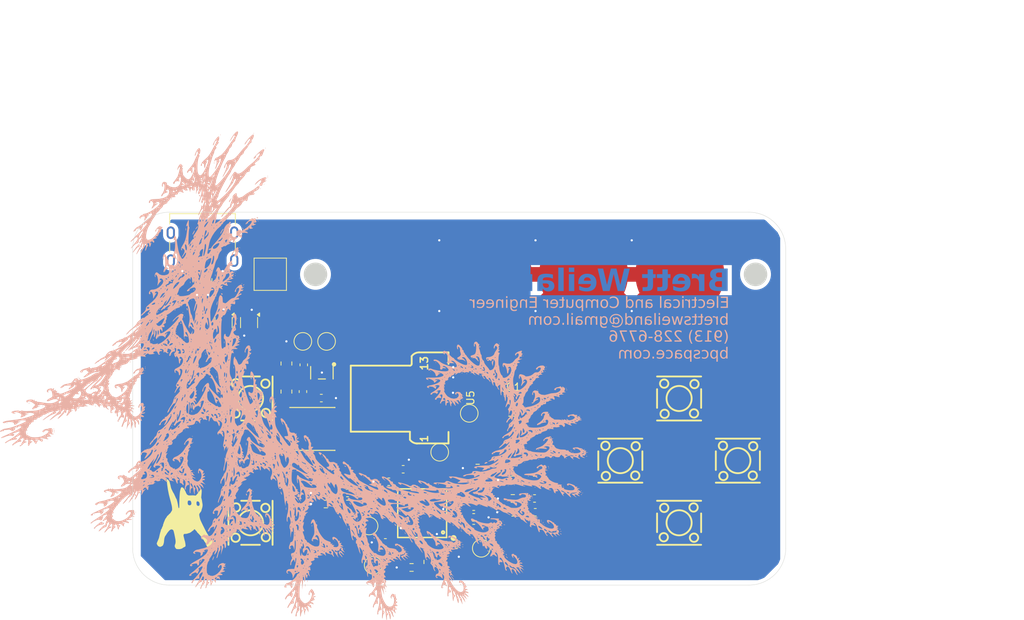
<source format=kicad_pcb>
(kicad_pcb (version 20241229) (generator "pcbnew") (generator_version "9.0")
  (layers (0 "F.Cu" signal) (2 "B.Cu" signal) (13 "F.Paste" user) (15 "B.Paste" user) (5 "F.SilkS" user "F.Silkscreen") (7 "B.SilkS" user "B.Silkscreen") (1 "F.Mask" user) (3 "B.Mask" user) (25 "Edge.Cuts" user))
  (net 0 "")
  (net 1 "GND")
  (net 2 "+3V0")
  (net 3 "Net-(U4-VBAT)")
  (net 4 "Net-(C13-Pad1)")
  (net 5 "Net-(C14-Pad1)")
  (net 6 "Net-(C15-Pad1)")
  (net 7 "Net-(C16-Pad1)")
  (net 8 "Net-(C17-Pad1)")
  (net 9 "Net-(C18-Pad1)")
  (net 10 "Net-(U2-VIN)")
  (net 11 "in_button_a")
  (net 12 "Net-(U4-BOOT0)")
  (net 13 "in_button_b")
  (net 14 "in_button_down")
  (net 15 "in_button_left")
  (net 16 "in_button_right")
  (net 17 "in_button_up")
  (net 18 "unregulated_vcc")
  (net 19 "Net-(U1-FB)")
  (net 20 "spi1_sck")
  (net 21 "Net-(J1-CC1)")
  (net 22 "spi1_mosi")
  (net 23 "Net-(U2-~{CE})")
  (net 24 "Net-(J1-CC2)")
  (net 25 "power_info")
  (net 32 "Net-(Q1-S)")
  (net 33 "lcd_reset")
  (net 39 "Net-(U1-SW)")
  (net 45 "Net-(R10-Pad1)")
  (net 49 "spi1_miso")
  (net 53 "lcd_dataselect")
  (net 55 "lcd_cs")
  (net 59 "Net-(U4-NRST)")
  (net 60 "Net-(U4-PA14)")
  (net 61 "Net-(U4-PA13)")
  (net 62 "backlight_fet")
  (footprint "LOGO" (layer "F.Cu") (at 139.84371 122.678069)
    (property "Reference" "G***" (hide yes))
    (property "Value" "LOGO" (hide yes))
  )
  (footprint "Capacitor_SMD:C_0603_1608Metric" (layer "F.Cu") (at 187.369442 122.41021)
    (property "Reference" "C14" (hide yes))
    (property "Value" "2.2uF" (hide yes))
  )
  (footprint "Capacitor_SMD:C_0603_1608Metric" (layer "F.Cu") (at 167.433349 118.253643 180)
    (property "Reference" "C4" (hide yes))
    (property "Value" "100nF" (hide yes))
  )
  (footprint "easyeda2kicad:SW-SMD_4P-L6.0-W6.0-P4.50-LS8.6" (layer "F.Cu") (at 206.951133 106.915534)
    (property "Reference" "b_up1" (hide yes))
    (property "Value" "TSD003A04126A02" (hide yes))
  )
  (footprint "TestPoint:TestPoint_Pad_4.0x4.0mm" (layer "F.Cu") (at 151.296213 89.989223)
    (property "Reference" "TP1" (hide yes))
    (property "Value" "675_positive" (hide yes))
  )
  (footprint "TestPoint:TestPoint_Pad_D2.0mm" (layer "F.Cu") (at 158.963914 99.135976)
    (property "Reference" "unreg_vcc1" (hide yes))
    (property "Value" "unreg_vcc" (hide yes))
  )
  (footprint "Capacitor_SMD:C_0603_1608Metric" (layer "F.Cu") (at 187.273159 120.535261)
    (property "Reference" "C16" (hide yes))
    (property "Value" "2.2uF" (hide yes))
  )
  (footprint "TestPoint:TestPoint_Pad_D2.0mm" (layer "F.Cu") (at 164.750573 124.284125)
    (property "Reference" "SWDIO1" (hide yes))
    (property "Value" "SWDIO" (hide yes))
  )
  (footprint "Package_TO_SOT_SMD:SOT-23" (layer "F.Cu") (at 184.40183 107.755646)
    (property "Reference" "Q1")
    (property "Value" "AO3400A")
  )
  (footprint "easyeda2kicad:SOT-23-5_L3.0-W1.7-P0.95-LS2.8-BL" (layer "F.Cu") (at 158.325688 103.405065 180)
    (property "Reference" "U1" (hide yes))
    (property "Value" "MT9216" (hide yes))
  )
  (footprint "Resistor_SMD:R_0603_1608Metric" (layer "F.Cu") (at 174.948734 129.933381)
    (property "Reference" "R10" (hide yes))
    (property "Value" "0" (hide yes))
  )
  (footprint "Capacitor_SMD:C_0603_1608Metric" (layer "F.Cu") (at 176.686855 126.779815)
    (property "Reference" "C12" (hide yes))
    (property "Value" "100nF" (hide yes))
  )
  (footprint "easyeda2kicad:OLED-SMD_ST7735S" (layer "F.Cu") (at 177.014466 106.835534 -90)
    (property "Reference" "U5")
    (property "Value" "N096-1608TBBIG11-H13" (hide yes))
  )
  (footprint "Capacitor_SMD:C_0603_1608Metric" (layer "F.Cu") (at 178.99165 124.571621)
    (property "Reference" "C11" (hide yes))
    (property "Value" ".1uF" (hide yes))
  )
  (footprint "Resistor_SMD:R_0603_1608Metric" (layer "F.Cu") (at 170.530995 129.935313 180)
    (property "Reference" "R11" (hide yes))
    (property "Value" "0" (hide yes))
  )
  (footprint "Package_TO_SOT_SMD:SOT-363_SC-70-6" (layer "F.Cu") (at 148.414155 96.574097 -90)
    (property "Reference" "U3" (hide yes))
    (property "Value" "LM66100DCK" (hide yes))
  )
  (footprint "Resistor_SMD:R_0805_2012Metric" (layer "F.Cu") (at 153.498188 102.147565 90)
    (property "Reference" "R4" (hide yes))
    (property "Value" "100k .01%" (hide yes))
  )
  (footprint "Resistor_SMD:R_0603_1608Metric" (layer "F.Cu") (at 142.831133 90.805534 -90)
    (property "Reference" "R2" (hide yes))
    (property "Value" "5.1k")
  )
  (footprint "Capacitor_SMD:C_0603_1608Metric" (layer "F.Cu") (at 182.485179 116.39855)
    (property "Reference" "C13" (hide yes))
    (property "Value" "2.2uF" (hide yes))
  )
  (footprint "Resistor_SMD:R_0805_2012Metric" (layer "F.Cu") (at 153.498188 105.972565 90)
    (property "Reference" "R3" (hide yes))
    (property "Value" "400k 1%" (hide yes))
  )
  (footprint "Capacitor_SMD:C_0603_1608Metric" (layer "F.Cu") (at 178.99165 121.651621 180)
    (property "Reference" "C8" (hide yes))
    (property "Value" "2.2uF" (hide yes))
  )
  (footprint "Resistor_SMD:R_0603_1608Metric" (layer "F.Cu") (at 184.313159 120.535261)
    (property "Reference" "R9" (hide yes))
    (property "Value" "1k" (hide yes))
  )
  (footprint "Resistor_SMD:R_0603_1608Metric" (layer "F.Cu") (at 158.859256 121.286002)
    (property "Reference" "R13" (hide yes))
    (property "Value" "1k" (hide yes))
  )
  (footprint "Capacitor_SMD:C_0603_1608Metric" (layer "F.Cu") (at 187.257004 118.016635)
    (property "Reference" "C15" (hide yes))
    (property "Value" "2.2uF" (hide yes))
  )
  (footprint "easyeda2kicad:SW-SMD_4P-L6.0-W6.0-P4.50-LS8.6" (layer "F.Cu") (at 214.951133 115.382201)
    (property "Reference" "b_left1" (hide yes))
    (property "Value" "TSD003A04126A02" (hide yes))
  )
  (footprint "Capacitor_SMD:C_0603_1608Metric" (layer "F.Cu") (at 178.99165 123.111621)
    (property "Reference" "C5" (hide yes))
    (property "Value" "100nF" (hide yes))
  )
  (footprint "easyeda2kicad:SW-SMD_4P-L6.0-W6.0-P4.50-LS8.6" (layer "F.Cu") (at 198.951133 115.382201)
    (property "Reference" "b_right1" (hide yes))
    (property "Value" "TSD003A04126A02" (hide yes))
  )
  (footprint "Resistor_SMD:R_0603_1608Metric" (layer "F.Cu") (at 158.853042 119.7874)
    (property "Reference" "R12" (hide yes))
    (property "Value" "1k" (hide yes))
  )
  (footprint "Capacitor_SMD:C_0603_1608Metric" (layer "F.Cu") (at 161.813042 119.7874)
    (property "Reference" "C17" (hide yes))
    (property "Value" "2.2uF" (hide yes))
  )
  (footprint "LOGO" (layer "F.Cu") (at 139.84371 112.108205)
    (property "Reference" "G***" (hide yes))
    (property "Value" "LOGO" (hide yes))
  )
  (footprint "Resistor_SMD:R_0603_1608Metric" (layer "F.Cu") (at 184.409442 122.41021)
    (property "Reference" "R6" (hide yes))
    (property "Value" "1k" (hide yes))
  )
  (footprint "TestPoint:TestPoint_Pad_D2.0mm" (layer "F.Cu") (at 174.362663 114.235371)
    (property "Reference" "TP_mosi1" (hide yes))
    (property "Value" "TestPoint" (hide yes))
  )
  (footprint "indigos_kicad_lib:SAMESKY_UJC-H-G-SMT-2-P6-TR" (layer "F.Cu") (at 142.074466 84.33 180)
    (property "Reference" "J1" (hide yes))
    (property "Value" "USB_C_Receptacle_PowerOnly_6P" (hide yes))
  )
  (footprint "Resistor_SMD:R_0603_1608Metric" (layer "F.Cu") (at 184.297004 118.016635)
    (property "Reference" "R7" (hide yes))
    (property "Value" "1k" (hide yes))
  )
  (footprint "TestPoint:TestPoint_Pad_D2.0mm" (layer "F.Cu") (at 180.021047 127.320001)
    (property "Reference" "tst_nrst1" (hide yes))
    (property "Value" "tst_nrst" (hide yes))
  )
  (footprint "TestPoint:TestPoint_Pad_D2.0mm" (layer "F.Cu") (at 155.734045 99.135976)
    (property "Reference" "TestPoint_gnd1" (hide yes))
    (property "Value" "TestPoint_gnd" (hide yes))
  )
  (footprint "Capacitor_SMD:C_0603_1608Metric" (layer "F.Cu") (at 169.388611 116.553306)
    (property "Reference" "C2" (hide yes))
    (property "Value" "10uF" (hide yes))
  )
  (footprint "TestPoint:TestPoint_Pad_D2.0mm" (layer "F.Cu") (at 178.381844 108.935534)
    (property "Reference" "TP_sck1" (hide yes))
    (property "Value" "TestPoint" (hide yes))
  )
  (footprint "Capacitor_SMD:C_0603_1608Metric" (layer "F.Cu") (at 161.819256 121.286002)
    (property "Reference" "C18" (hide yes))
    (property "Value" "2.2uF" (hide yes))
  )
  (footprint "easyeda2kicad:LQFP-48_L7.0-W7.0-P0.50-LS9.0-BL" (layer "F.Cu") (at 171.990878 122.534125 90)
    (property "Reference" "U4" (hide yes))
    (property "Value" "STM32F103C8T6" (hide yes))
  )
  (footprint "Capacitor_SMD:C_0603_1608Metric" (layer "F.Cu") (at 158.248188 106.860065)
    (property "Reference" "C10" (hide yes))
    (property "Value" "10uF" (hide yes))
  )
  (footprint "Library:battery_holder" (layer "F.Cu") (at 167.753529 90.00238)
    (property "Reference" "U6" (hide yes))
    (property "Value" "~" (hide yes))
    (fp_circle (center -10.3 0) (end -11.9 0) (fill yes) (layer "Edge.Cuts"))
    (fp_circle (center 49.6 0) (end 48 0) (fill yes) (layer "Edge.Cuts"))
  )
  (footprint "easyeda2kicad:SW-SMD_4P-L6.0-W6.0-P4.50-LS8.6" (layer "F.Cu") (at 148.607799 123.848868 90)
    (property "Reference" "b_b1" (hide yes))
    (property "Value" "TSD003A04126A02" (hide yes))
  )
  (footprint "easyeda2kicad:SW-SMD_4P-L6.0-W6.0-P4.50-LS8.6" (layer "F.Cu") (at 206.951133 123.848868 180)
    (property "Reference" "b_down1" (hide yes))
    (property "Value" "TSD003A04126A02" (hide yes))
  )
  (footprint "Resistor_SMD:R_0603_1608Metric" (layer "F.Cu") (at 179.525179 116.39855)
    (property "Reference" "R5" (hide yes))
    (property "Value" "1k" (hide yes))
  )
  (footprint "Capacitor_SMD:C_0603_1608Metric" (layer "F.Cu") (at 155.748188 105.972565 90)
    (property "Reference" "C9" (hide yes))
    (property "Value" "22pF" (hide yes))
  )
  (footprint "Package_TO_SOT_SMD:SOT-363_SC-70-6" (layer "F.Cu") (at 144.950255 96.574097 -90)
    (property "Reference" "U2" (hide yes))
    (property "Value" "LM66100DCK" (hide yes))
  )
  (footprint "TestPoint:TestPoint_Pad_D2.0mm" (layer "F.Cu") (at 165.303801 129.637235)
    (property "Reference" "SWCLK1" (hide yes))
    (property "Value" "SWCLK" (hide yes))
  )
  (footprint "Resistor_SMD:R_0603_1608Metric" (layer "F.Cu") (at 172.740878 129.182482 -90)
    (property "Reference" "R8" (hide yes))
    (property "Value" "10k" (hide yes))
  )
  (footprint "Capacitor_SMD:C_0603_1608Metric" (layer "F.Cu") (at 174.948724 128.478655)
    (property "Reference" "C6" (hide yes))
    (property "Value" "100nF" (hide yes))
  )
  (footprint "indigos_kicad_lib:IND-SMD_L5.8-W5.2" (layer "F.Cu") (at 157.098188 111.060065)
    (property "Reference" "L1" (hide yes))
    (property "Value" "4.7uH" (hide yes))
  )
  (footprint "easyeda2kicad:SW-SMD_4P-L6.0-W6.0-P4.50-LS8.6" (layer "F.Cu") (at 148.607799 106.915534 90)
    (property "Reference" "b_a1" (hide yes))
    (property "Value" "TSD003A04126A02" (hide yes))
  )
  (footprint "Capacitor_SMD:C_0603_1608Metric" (layer "F.Cu") (at 166.965878 126.518684 180)
    (property "Reference" "C3" (hide yes))
    (property "Value" "100nF" (hide yes))
  )
  (footprint "Capacitor_SMD:C_0603_1608Metric" (layer "F.Cu") (at 155.860751 102.332657 -90)
    (property "Reference" "C1" (hide yes))
    (property "Value" "10uF" (hide yes))
  )
  (footprint "Resistor_SMD:R_0603_1608Metric" (layer "F.Cu") (at 141.331133 90.805534 -90)
    (property "Reference" "R1" (hide yes))
    (property "Value" "5.1k")
  )
  (footprint "LOGO" (layer "B.Cu") (at 154.509245 103.675705 180)
    (property "Reference" "G***" (hide yes))
    (property "Value" "LOGO" (hide yes))
  )
  (gr_line (start 137.564466 132.335534) (end 216.464466 132.335534) (stroke (width 0.05)) (layer "Edge.Cuts"))
  (gr_arc (start 137.564466 132.335534) (mid 134.028932 130.871068) (end 132.564466 127.335534) (stroke (width 0.05)) (layer "Edge.Cuts"))
  (gr_line (start 132.564466 86.535534) (end 132.564466 127.335534) (stroke (width 0.05)) (layer "Edge.Cuts"))
  (gr_arc (start 216.464466 81.535534) (mid 220 83) (end 221.464466 86.535534) (stroke (width 0.05)) (layer "Edge.Cuts"))
  (gr_line (start 221.464466 127.335534) (end 221.464466 86.535534) (stroke (width 0.05)) (layer "Edge.Cuts"))
  (gr_line (start 216.464466 81.535534) (end 137.564466 81.535534) (stroke (width 0.05)) (layer "Edge.Cuts"))
  (gr_arc (start 132.564466 86.535534) (mid 134.028932 83) (end 137.564466 81.535534) (stroke (width 0.05)) (layer "Edge.Cuts"))
  (gr_arc (start 221.464466 127.335534) (mid 220 130.871068) (end 216.464466 132.335534) (stroke (width 0.05)) (layer "Edge.Cuts"))
  (gr_text "Brett Weiland" (at 213.949245 89.270705 -0) (layer "B.Cu") (effects (font (size 3 3) (thickness 0.2) (bold yes)) (justify left top mirror)))
  (gr_text "Electrical and Computer Engineer" (at 213.799245 93.070705 -0) (layer "B.SilkS") (effects (font (size 1.5 1.5)) (justify left top mirror)))
  (gr_text "brettsweiland@gmail.com" (at 213.739245 95.370705 -0) (layer "B.SilkS") (effects (font (size 1.5 1.5)) (justify left top mirror)))
  (gr_text "(913) 228-6776" (at 213.759245 97.670705 -0) (layer "B.SilkS") (effects (font (size 1.5 1.5)) (justify left top mirror)))
  (gr_text "bpcspace.com" (at 213.739245 99.970705 -0) (layer "B.SilkS") (effects (font (size 1.5 1.5)) (justify left top mirror)))
  (segment (start 182.407094 90.00238) (end 187.403529 94.998815) (width 2) (layer "F.Cu") (net 1))
  (segment (start 158.034256 121.286002) (end 156.851445 121.286002) (width 0.25) (layer "F.Cu") (net 1))
  (segment (start 180.853529 90.00238) (end 182.407094 90.00238) (width 2) (layer "F.Cu") (net 1))
  (segment (start 207.053529 90.00238) (end 205.499964 90.00238) (width 2) (layer "F.Cu") (net 1))
  (segment (start 169.307094 90.00238) (end 174.303529 94.998815) (width 2) (layer "F.Cu") (net 1))
  (segment (start 169.705995 129.935313) (end 168.508983 129.935313) (width 0.25) (layer "F.Cu") (net 1))
  (segment (start 179.76665 123.111621) (end 181.015522 123.111621) (width 0.25) (layer "F.Cu") (net 1))
  (segment (start 158.325688 102.255065) (end 158.325688 103.383231) (width 0.5) (layer "F.Cu") (net 1))
  (segment (start 193.953529 90.00238) (end 195.86673 90.00238) (width 2) (layer "F.Cu") (net 1))
  (segment (start 176.964712 128.478655) (end 175.723724 128.478655) (width 0.25) (layer "F.Cu") (net 1))
  (segment (start 179.76665 124.571621) (end 179.76665 123.111621) (width 0.25) (layer "F.Cu") (net 1))
  (segment (start 167.740878 124.784125) (end 166.946477 124.784125) (width 0.25) (layer "F.Cu") (net 1))
  (segment (start 167.753529 90.00238) (end 169.66673 90.00238) (width 2) (layer "F.Cu") (net 1))
  (segment (start 167.753529 90.00238) (end 169.307094 90.00238) (width 2) (layer "F.Cu") (net 1))
  (segment (start 169.740878 118.284125) (end 169.740878 116.976039) (width 0.25) (layer "F.Cu") (net 1))
  (segment (start 166.190878 126.518684) (end 165.117727 126.518684) (width 0.25) (layer "F.Cu") (net 1))
  (segment (start 205.140328 90.00238) (end 200.503529 85.365581) (width 2) (layer "F.Cu") (net 1))
  (segment (start 148.414155 95.187973) (end 148.414155 95.624097) (width 0.25) (layer "F.Cu") (net 1))
  (segment (start 180.853529 90.00238) (end 167.753529 90.00238) (width 2) (layer "F.Cu") (net 1))
  (segment (start 148.773765 94.828363) (end 148.414155 95.187973) (width 0.25) (layer "F.Cu") (net 1))
  (segment (start 144.824466 89.555534) (end 144.824466 88.21) (width 0.5) (layer "F.Cu") (net 1))
  (segment (start 155.860751 103.107657) (end 156.136325 103.383231) (width 0.25) (layer "F.Cu") (net 1))
  (segment (start 174.559466 106.135534) (end 176.171148 106.135534) (width 0.5) (layer "F.Cu") (net 1))
  (segment (start 169.740878 116.976039) (end 170.163611 116.553306) (width 0.25) (layer "F.Cu") (net 1))
  (segment (start 180.853529 90.00238) (end 178.940328 90.00238) (width 2) (layer "F.Cu") (net 1))
  (segment (start 155.734045 99.135976) (end 153.498163 99.135976) (width 0.5) (layer "F.Cu") (net 1))
  (segment (start 147.914154 98.349097) (end 147.752869 98.349097) (width 0.25) (layer "F.Cu") (net 1))
  (segment (start 178.700179 116.39855) (end 177.51654 116.39855) (width 0.25) (layer "F.Cu") (net 1))
  (segment (start 179.76665 123.111621) (end 179.76665 121.651621) (width 0.25) (layer "F.Cu") (net 1))
  (segment (start 139.324466 88.21) (end 139.324466 89.548867) (width 0.5) (layer "F.Cu") (net 1))
  (segment (start 182.76673 90.00238) (end 187.403529 85.365581) (width 2) (layer "F.Cu") (net 1))
  (segment (start 207.053529 90.00238) (end 193.953529 90.00238) (width 2) (layer "F.Cu") (net 1))
  (segment (start 153.498188 99.136001) (end 153.493954 99.131767) (width 0.25) (layer "F.Cu") (net 1))
  (segment (start 193.953529 90.00238) (end 192.399964 90.00238) (width 2) (layer "F.Cu") (net 1))
  (segment (start 159.023188 106.860065) (end 160.238628 106.860065) (width 0.5) (layer "F.Cu") (net 1))
  (segment (start 141.331133 91.630534) (end 141.331133 92.805534) (width 0.2) (layer "F.Cu") (net 1))
  (segment (start 166.190878 125.539724) (end 166.190878 126.518684) (width 0.25) (layer "F.Cu") (net 1))
  (segment (start 174.559466 102.635534) (end 176.199643 102.635534) (width 0.5) (layer "F.Cu") (net 1))
  (segment (start 175.041178 121.784125) (end 174.846241 121.979062) (width 0.25) (layer "F.Cu") (net 1))
  (segment (start 180.853529 90.00238) (end 182.76673 90.00238) (width 2) (layer "F.Cu") (net 1))
  (segment (start 153.498188 101.235065) (end 153.634956 101.235065) (width 0.25) (layer "F.Cu") (net 1))
  (segment (start 166.658349 118.253643) (end 165.351439 118.253643) (width 0.25) (layer "F.Cu") (net 1))
  (segment (start 174.240878 125.643287) (end 173.978553 125.380962) (width 0.25) (layer "F.Cu") (net 1))
  (segment (start 142.831133 91.630534) (end 142.831133 92.805534) (width 0.2) (layer "F.Cu") (net 1))
  (segment (start 207.053529 90.00238) (end 205.140328 90.00238) (width 2) (layer "F.Cu") (net 1))
  (segment (start 183.488159 120.535261) (end 182.290644 120.535261) (width 0.25) (layer "F.Cu") (net 1))
  (segment (start 174.240878 126.784125) (end 174.240878 125.643287) (width 0.25) (layer "F.Cu") (net 1))
  (segment (start 179.299964 90.00238) (end 174.303529 94.998815) (width 2) (layer "F.Cu") (net 1))
  (segment (start 158.028042 119.7874) (end 156.828555 119.7874) (width 0.25) (layer "F.Cu") (net 1))
  (segment (start 176.240878 121.784125) (end 175.041178 121.784125) (width 0.25) (layer "F.Cu") (net 1))
  (segment (start 169.66673 90.00238) (end 174.303529 85.365581) (width 2) (layer "F.Cu") (net 1))
  (segment (start 170.163611 116.553306) (end 170.163611 115.257278) (width 0.5) (layer "F.Cu") (net 1))
  (segment (start 148.414155 97.524097) (end 148.414155 97.849096) (width 0.25) (layer "F.Cu") (net 1))
  (segment (start 178.940328 90.00238) (end 174.303529 85.365581) (width 2) (layer "F.Cu") (net 1))
  (segment (start 156.136325 103.383231) (end 158.325688 103.383231) (width 0.5) (layer "F.Cu") (net 1))
  (segment (start 153.498163 99.135976) (end 153.493954 99.131767) (width 0.25) (layer "F.Cu") (net 1))
  (segment (start 195.507094 90.00238) (end 200.503529 94.998815) (width 2) (layer "F.Cu") (net 1))
  (segment (start 139.324466 89.548867) (end 139.331133 89.555534) (width 0.2) (layer "F.Cu") (net 1))
  (segment (start 192.399964 90.00238) (end 187.403529 94.998815) (width 2) (layer "F.Cu") (net 1))
  (segment (start 193.953529 90.00238) (end 195.507094 90.00238) (width 2) (layer "F.Cu") (net 1))
  (segment (start 205.499964 90.00238) (end 200.503529 94.998815) (width 2) (layer "F.Cu") (net 1))
  (segment (start 193.953529 90.00238) (end 192.040328 90.00238) (width 2) (layer "F.Cu") (net 1))
  (segment (start 165.351439 118.253643) (end 165.338703 118.240907) (width 0.25) (layer "F.Cu") (net 1))
  (segment (start 183.584442 122.41021) (end 182.194361 122.41021) (width 0.25) (layer "F.Cu") (net 1))
  (segment (start 192.040328 90.00238) (end 187.403529 85.365581) (width 2) (layer "F.Cu") (net 1))
  (segment (start 180.853529 90.00238) (end 179.299964 90.00238) (width 2) (layer "F.Cu") (net 1))
  (segment (start 166.946477 124.784125) (end 166.190878 125.539724) (width 0.25) (layer "F.Cu") (net 1))
  (segment (start 148.414155 97.849096) (end 147.914154 98.349097) (width 0.25) (layer "F.Cu") (net 1))
  (segment (start 168.854515 124.784125) (end 169.05776 124.58088) (width 0.25) (layer "F.Cu") (net 1))
  (segment (start 153.498188 101.235065) (end 153.498188 99.136001) (width 0.5) (layer "F.Cu") (net 1))
  (segment (start 195.86673 90.00238) (end 200.503529 85.365581) (width 2) (layer "F.Cu") (net 1))
  (segment (start 144.950255 95.624097) (end 144.950255 94.780685) (width 0.25) (layer "F.Cu") (net 1))
  (segment (start 193.953529 90.00238) (end 180.853529 90.00238) (width 2) (layer "F.Cu") (net 1))
  (segment (start 174.559466 104.035534) (end 176.199643 104.035534) (width 0.5) (layer "F.Cu") (net 1))
  (segment (start 167.740878 124.784125) (end 168.854515 124.784125) (width 0.25) (layer "F.Cu") (net 1))
  (segment (start 183.472004 118.016635) (end 182.306799 118.016635) (width 0.25) (layer "F.Cu") (net 1))
  (via (at 158.325688 103.383231) (size 0.6) (drill 0.3) (layers "F.Cu" "B.Cu") (net 1))
  (via (at 174.846241 121.979062) (size 0.6) (drill 0.3) (layers "F.Cu" "B.Cu") (net 1))
  (via (at 176.199643 104.035534) (size 0.6) (drill 0.3) (layers "F.Cu" "B.Cu") (net 1))
  (via (at 165.117727 126.518684) (size 0.6) (drill 0.3) (layers "F.Cu" "B.Cu") (net 1))
  (via (at 169.05776 124.58088) (size 0.6) (drill 0.3) (layers "F.Cu" "B.Cu") (net 1))
  (via (at 174.303529 85.365581) (size 1) (drill 0.3) (layers "F.Cu" "B.Cu") (net 1))
  (via (at 187.403529 85.365581) (size 1) (drill 0.3) (layers "F.Cu" "B.Cu") (net 1))
  (via (at 156.828555 119.7874) (size 0.6) (drill 0.3) (layers "F.Cu" "B.Cu") (net 1))
  (via (at 177.51654 116.39855) (size 0.6) (drill 0.3) (layers "F.Cu" "B.Cu") (net 1))
  (via (at 176.199643 102.635534) (size 0.6) (drill 0.3) (layers "F.Cu" "B.Cu") (net 1))
  (via (at 182.290644 120.535261) (size 0.6) (drill 0.3) (layers "F.Cu" "B.Cu") (net 1))
  (via (at 147.752869 98.349097) (size 0.6) (drill 0.3) (layers "F.Cu" "B.Cu") (net 1))
  (via (at 148.773765 94.828363) (size 0.6) (drill 0.3) (layers "F.Cu" "B.Cu") (net 1))
  (via (at 144.950255 94.780685) (size 0.6) (drill 0.3) (layers "F.Cu" "B.Cu") (net 1))
  (via (at 187.403529 94.998815) (size 1) (drill 0.3) (layers "F.Cu" "B.Cu") (net 1))
  (via (at 200.503529 85.365581) (size 1) (drill 0.3) (layers "F.Cu" "B.Cu") (net 1))
  (via (at 168.508983 129.935313) (size 0.6) (drill 0.3) (layers "F.Cu" "B.Cu") (net 1))
  (via (at 142.831133 92.805534) (size 0.6) (drill 0.3) (layers "F.Cu" "B.Cu") (net 1))
  (via (at 182.194361 122.41021) (size 0.6) (drill 0.3) (layers "F.Cu" "B.Cu") (net 1))
  (via (at 176.171148 106.135534) (size 0.6) (drill 0.3) (layers "F.Cu" "B.Cu") (net 1))
  (via (at 153.493954 99.131767) (size 0.6) (drill 0.3) (layers "F.Cu" "B.Cu") (net 1))
  (via (at 182.306799 118.016635) (size 0.6) (drill 0.3) (layers "F.Cu" "B.Cu") (net 1))
  (via (at 160.238628 106.860065) (size 0.6) (drill 0.3) (layers "F.Cu" "B.Cu") (net 1))
  (via (at 144.824466 89.555534) (size 0.6) (drill 0.3) (layers "F.Cu" "B.Cu") (net 1))
  (via (at 141.331133 92.805534) (size 0.6) (drill 0.3) (layers "F.Cu" "B.Cu") (net 1))
  (via (at 174.303529 94.998815) (size 1) (drill 0.3) (layers "F.Cu" "B.Cu") (net 1))
  (via (at 173.978553 125.380962) (size 0.6) (drill 0.3) (layers "F.Cu" "B.Cu") (net 1))
  (via (at 156.851445 121.286002) (size 0.6) (drill 0.3) (layers "F.Cu" "B.Cu") (net 1))
  (via (at 200.503529 94.998815) (size 1) (drill 0.3) (layers "F.Cu" "B.Cu") (net 1))
  (via (at 139.331133 89.555534) (size 0.6) (drill 0.3) (layers "F.Cu" "B.Cu") (net 1))
  (via (at 165.338703 118.240907) (size 0.6) (drill 0.3) (layers "F.Cu" "B.Cu") (net 1))
  (via (at 181.015522 123.111621) (size 0.6) (drill 0.3) (layers "F.Cu" "B.Cu") (net 1))
  (via (at 176.964712 128.478655) (size 0.6) (drill 0.3) (layers "F.Cu" "B.Cu") (net 1))
  (via (at 170.163611 115.257278) (size 0.6) (drill 0.3) (layers "F.Cu" "B.Cu") (net 1))
  (segment (start 169.68376 124.840178) (end 169.68376 119.649239) (width 0.25) (layer "F.Cu") (net 2))
  (segment (start 172.374458 121.284125) (end 176.240878 121.284125) (width 0.25) (layer "F.Cu") (net 2))
  (segment (start 166.258642 116.553306) (end 163.966401 114.261065) (width 0.5) (layer "F.Cu") (net 2))
  (segment (start 154.768188 111.552065) (end 154.768188 111.060065) (width 0.5) (layer "F.Cu") (net 2))
  (segment (start 154.768188 113.2016) (end 154.768188 111.060065) (width 0.25) (layer "F.Cu") (net 2))
  (segment (start 210.951133 113.132201) (end 218.951133 113.132201) (width 0.25) (layer "F.Cu") (net 2))
  (segment (start 167.740878 125.284125) (end 169.239813 125.284125) (width 0.25) (layer "F.Cu") (net 2))
  (segment (start 155.860688 106.860065) (end 155.748188 106.747565) (width 0.5) (layer "F.Cu") (net 2))
  (segment (start 169.240878 119.206358) (end 171.318645 121.284125) (width 0.25) (layer "F.Cu") (net 2))
  (segment (start 169.68376 119.649239) (end 169.240878 119.206358) (width 0.25) (layer "F.Cu") (net 2))
  (segment (start 220.177133 118.558201) (end 212.636466 126.098868) (width 0.25) (layer "F.Cu") (net 2))
  (segment (start 178.21665 123.111621) (end 178.21665 121.651621) (width 0.25) (layer "F.Cu") (net 2))
  (segment (start 174.559466 103.335534) (end 173.057466 103.335534) (width 0.5) (layer "F.Cu") (net 2))
  (segment (start 218.951133 113.132201) (end 220.177133 114.358201) (width 0.25) (layer "F.Cu") (net 2))
  (segment (start 169.240878 118.284125) (end 169.240878 117.180573) (width 0.25) (layer "F.Cu") (net 2))
  (segment (start 155.748188 106.747565) (end 153.635688 106.747565) (width 0.5) (layer "F.Cu") (net 2))
  (segment (start 169.240878 118.284125) (end 168.238831 118.284125) (width 0.25) (layer "F.Cu") (net 2))
  (segment (start 174.319008 128.478655) (end 175.773734 129.933381) (width 0.25) (layer "F.Cu") (net 2))
  (segment (start 167.740878 125.284125) (end 167.740878 126.518684) (width 0.25) (layer "F.Cu") (net 2))
  (segment (start 174.559466 103.335534) (end 201.621133 103.335534) (width 0.25) (layer "F.Cu") (net 2))
  (segment (start 212.177133 105.891534) (end 212.177133 111.906201) (width 0.25) (layer "F.Cu") (net 2))
  (segment (start 212.177133 111.906201) (end 210.951133 113.132201) (width 0.25) (layer "F.Cu") (net 2))
  (segment (start 151.783799 129.074868) (end 147.583799 129.074868) (width 0.25) (layer "F.Cu") (net 2))
  (segment (start 194.951133 113.132201) (end 202.951133 113.132201) (width 0.25) (layer "F.Cu") (net 2))
  (segment (start 168.238831 118.284125) (end 168.208349 118.253643) (width 0.25) (layer "F.Cu") (net 2))
  (segment (start 157.473188 106.860065) (end 155.860688 106.860065) (width 0.5) (layer "F.Cu") (net 2))
  (segment (start 212.636466 126.098868) (end 210.951133 126.098868) (width 0.25) (layer "F.Cu") (net 2))
  (segment (start 174.740878 126.784125) (end 174.740878 123.650545) (width 0.25) (layer "F.Cu") (net 2))
  (segment (start 210.951133 104.665534) (end 212.177133 105.891534) (width 0.25) (layer "F.Cu") (net 2))
  (segment (start 166.939878 127.319684) (end 153.538983 127.319684) (width 0.25) (layer "F.Cu") (net 2))
  (segment (start 202.951133 104.665534) (end 210.951133 104.665534) (width 0.25) (layer "F.Cu") (net 2))
  (segment (start 174.740878 123.650545) (end 172.374458 121.284125) (width 0.25) (layer "F.Cu") (net 2))
  (segment (start 174.173724 128.478655) (end 174.740878 127.911501) (width 0.25) (layer "F.Cu") (net 2))
  (segment (start 154.768188 111.060065) (end 154.768188 112.310065) (width 0.25) (layer "F.Cu") (net 2))
  (segment (start 172.210188 104.182812) (end 172.210188 106.017278) (width 0.5) (layer "F.Cu") (net 2))
  (segment (start 174.173724 128.478655) (end 174.319008 128.478655) (width 0.25) (layer "F.Cu") (net 2))
  (segment (start 172.210188 105.484812) (end 172.210188 106.017278) (width 0.5) (layer "F.Cu") (net 2))
  (segment (start 199.11662 129.933381) (end 175.773734 129.933381) (width 0.25) (layer "F.Cu") (net 2))
  (segment (start 153.635688 106.747565) (end 153.498188 106.885065) (width 0.5) (layer "F.Cu") (net 2))
  (segment (start 153.498188 106.885065) (end 153.498188 109.790065) (width 0.5) (layer "F.Cu") (net 2))
  (segment (start 202.951133 113.132201) (end 210.951133 113.132201) (width 0.25) (layer "F.Cu") (net 2))
  (segment (start 168.613611 116.553306) (end 166.258642 116.553306) (width 0.5) (layer "F.Cu") (net 2))
  (segment (start 202.951133 126.098868) (end 199.11662 129.933381) (width 0.25) (layer "F.Cu") (net 2))
  (segment (start 174.559466 104.735534) (end 172.959466 104.735534) (width 0.5) (layer "F.Cu") (net 2))
  (segment (start 169.240878 117.180573) (end 168.613611 116.553306) (width 0.25) (layer "F.Cu") (net 2))
  (segment (start 178.21665 121.651621) (end 177.849154 121.284125) (width 0.25) (layer "F.Cu") (net 2))
  (segment (start 166.939878 127.319684) (end 167.740878 126.518684) (width 0.25) (layer "F.Cu") (net 2))
  (segment (start 146.357799 127.848868) (end 146.357799 119.848868) (width 0.25) (layer "F.Cu") (net 2))
  (segment (start 172.959466 104.735534) (end 172.210188 105.484812) (width 0.5) (layer "F.Cu") (net 2))
  (segment (start 163.966401 114.261065) (end 157.477188 114.261065) (width 0.5) (layer "F.Cu") (net 2))
  (segment (start 172.210188 106.017278) (end 163.966401 114.261065) (width 0.5) (layer "F.Cu") (net 2))
  (segment (start 153.498188 109.790065) (end 154.768188 111.060065) (width 0.5) (layer "F.Cu") (net 2))
  (segment (start 171.318645 121.284125) (end 172.374458 121.284125) (width 0.25) (layer "F.Cu") (net 2))
  (segment (start 146.357799 110.915534) (end 146.357799 102.915534) (width 0.25) (layer "F.Cu") (net 2))
  (segment (start 175.907545 126.784125) (end 175.911855 126.779815) (width 0.25) (layer "F.Cu") (net 2))
  (segment (start 146.357799 110.915534) (end 146.357799 119.848868) (width 0.25) (layer "F.Cu") (net 2))
  (segment (start 174.740878 126.784125) (end 175.907545 126.784125) (width 0.25) (layer "F.Cu") (net 2))
  (segment (start 177.849154 121.284125) (end 176.240878 121.284125) (width 0.25) (layer "F.Cu") (net 2))
  (segment (start 220.177133 114.358201) (end 220.177133 118.558201) (width 0.25) (layer "F.Cu") (net 2))
  (segment (start 157.477188 114.261065) (end 154.768188 111.552065) (width 0.5) (layer "F.Cu") (net 2))
  (segment (start 169.240878 118.284125) (end 169.240878 119.206358) (width 0.25) (layer "F.Cu") (net 2))
  (segment (start 153.538983 127.319684) (end 151.783799 129.074868) (width 0.25) (layer "F.Cu") (net 2))
  (segment (start 147.583799 129.074868) (end 146.357799 127.848868) (width 0.25) (layer "F.Cu") (net 2))
  (segment (start 169.239813 125.284125) (end 169.68376 124.840178) (width 0.25) (layer "F.Cu") (net 2))
  (segment (start 174.740878 127.911501) (end 174.740878 126.784125) (width 0.25) (layer "F.Cu") (net 2))
  (segment (start 173.057466 103.335534) (end 172.210188 104.182812) (width 0.5) (layer "F.Cu") (net 2))
  (segment (start 201.621133 103.335534) (end 202.951133 104.665534) (width 0.25) (layer "F.Cu") (net 2))
  (segment (start 202.951133 126.098868) (end 210.951133 126.098868) (width 0.25) (layer "F.Cu") (net 2))
  (segment (start 176.240878 125.284125) (end 176.240878 125.558838) (width 0.25) (layer "F.Cu") (net 3))
  (segment (start 176.240878 125.558838) (end 177.461855 126.779815) (width 0.25) (layer "F.Cu") (net 3))
  (segment (start 180.350179 116.39855) (end 181.710179 116.39855) (width 0.25) (layer "F.Cu") (net 4))
  (segment (start 185.234442 122.41021) (end 186.594442 122.41021) (width 0.25) (layer "F.Cu") (net 5))
  (segment (start 185.122004 118.016635) (end 186.482004 118.016635) (width 0.25) (layer "F.Cu") (net 6))
  (segment (start 185.138159 120.535261) (end 186.498159 120.535261) (width 0.25) (layer "F.Cu") (net 7))
  (segment (start 159.678042 119.7874) (end 161.038042 119.7874) (width 0.25) (layer "F.Cu") (net 8))
  (segment (start 159.684256 121.286002) (end 161.044256 121.286002) (width 0.25) (layer "F.Cu") (net 9))
  (segment (start 145.600255 95.624097) (end 147.764155 95.624097) (width 0.25) (layer "F.Cu") (net 10))
  (segment (start 147.764155 93.521281) (end 151.296213 89.989223) (width 0.5) (layer "F.Cu") (net 10))
  (segment (start 147.764155 95.624097) (end 147.764155 93.521281) (width 0.5) (layer "F.Cu") (net 10))
  (segment (start 161.787042 118.9864) (end 162.588042 119.7874) (width 0.25) (layer "F.Cu") (net 11))
  (segment (start 150.857799 114.597324) (end 155.246875 118.9864) (width 0.25) (layer "F.Cu") (net 11))
  (segment (start 155.246875 118.9864) (end 161.787042 118.9864) (width 0.25) (layer "F.Cu") (net 11))
  (segment (start 162.588042 119.7874) (end 163.084767 120.284125) (width 0.25) (layer "F.Cu") (net 11))
  (segment (start 150.857799 110.915534) (end 150.857799 114.597324) (width 0.25) (layer "F.Cu") (net 11))
  (segment (start 150.857799 110.915534) (end 150.857799 102.915534) (width 0.25) (layer "F.Cu") (net 11))
  (segment (start 163.084767 120.284125) (end 167.740878 120.284125) (width 0.25) (layer "F.Cu") (net 11))
  (segment (start 172.740878 126.784125) (end 172.740878 128.357482) (width 0.25) (layer "F.Cu") (net 12))
  (segment (start 162.594256 121.286002) (end 157.135658 126.7446) (width 0.25) (layer "F.Cu") (net 13))
  (segment (start 157.135658 126.7446) (end 151.962067 126.7446) (width 0.25) (layer "F.Cu") (net 13))
  (segment (start 163.096133 120.784125) (end 162.594256 121.286002) (width 0.25) (layer "F.Cu") (net 13))
  (segment (start 151.962067 126.7446) (end 150.857799 127.848868) (width 0.25) (layer "F.Cu") (net 13))
  (segment (start 150.857799 119.848868) (end 150.857799 127.848868) (width 0.25) (layer "F.Cu") (net 13))
  (segment (start 167.740878 120.784125) (end 163.096133 120.784125) (width 0.25) (layer "F.Cu") (net 13))
  (segment (start 188.144442 122.41021) (end 202.139791 122.41021) (width 0.25) (layer "F.Cu") (net 14))
  (segment (start 181.995726 121.60921) (end 181.170641 120.784125) (width 0.25) (layer "F.Cu") (net 14))
  (segment (start 202.139791 122.41021) (end 202.951133 121.598868) (width 0.25) (layer "F.Cu") (net 14))
  (segment (start 188.241831 122.41021) (end 187.440831 121.60921) (width 0.25) (layer "F.Cu") (net 14))
  (segment (start 210.951133 121.598868) (end 202.951133 121.598868) (width 0.25) (layer "F.Cu") (net 14))
  (segment (start 181.170641 120.784125) (end 176.240878 120.784125) (width 0.25) (layer "F.Cu") (net 14))
  (segment (start 187.440831 121.60921) (end 181.995726 121.60921) (width 0.25) (layer "F.Cu") (net 14))
  (segment (start 188.032004 118.016635) (end 187.093568 118.955071) (width 0.25) (layer "F.Cu") (net 15))
  (segment (start 193.725133 116.706201) (end 210.025133 116.706201) (width 0.25) (layer "F.Cu") (net 15))
  (segment (start 210.025133 116.706201) (end 210.951133 117.632201) (width 0.25) (layer "F.Cu") (net 15))
  (segment (start 210.951133 117.632201) (end 218.951133 117.632201) (width 0.25) (layer "F.Cu") (net 15))
  (segment (start 193.725133 116.706201) (end 192.414699 118.016635) (width 0.25) (layer "F.Cu") (net 15))
  (segment (start 192.414699 118.016635) (end 188.032004 118.016635) (width 0.25) (layer "F.Cu") (net 15))
  (segment (start 177.069932 118.955071) (end 176.240878 119.784125) (width 0.25) (layer "F.Cu") (net 15))
  (segment (start 187.093568 118.955071) (end 177.069932 118.955071) (width 0.25) (layer "F.Cu") (net 15))
  (segment (start 192.048073 120.535261) (end 194.951133 117.632201) (width 0.25) (layer "F.Cu") (net 16))
  (segment (start 188.048159 120.535261) (end 192.048073 120.535261) (width 0.25) (layer "F.Cu") (net 16))
  (segment (start 187.063174 119.406071) (end 178.118932 119.406071) (width 0.25) (layer "F.Cu") (net 16))
  (segment (start 178.118932 119.406071) (end 177.240878 120.284125) (width 0.25) (layer "F.Cu") (net 16))
  (segment (start 194.951133 117.632201) (end 202.951133 117.632201) (width 0.25) (layer "F.Cu") (net 16))
  (segment (start 188.048159 120.391056) (end 187.063174 119.406071) (width 0.25) (layer "F.Cu") (net 16))
  (segment (start 188.048159 120.535261) (end 188.048159 120.391056) (width 0.25) (layer "F.Cu") (net 16))
  (segment (start 177.240878 120.284125) (end 176.090878 120.284125) (width 0.25) (layer "F.Cu") (net 16))
  (segment (start 202.951133 109.165534) (end 196.7658 109.165534) (width 0.25) (layer "F.Cu") (net 17))
  (segment (start 189.532784 116.39855) (end 183.260179 116.39855) (width 0.25) (layer "F.Cu") (net 17))
  (segment (start 182.306263 117.352466) (end 175.672537 117.352466) (width 0.25) (layer "F.Cu") (net 17))
  (segment (start 183.260179 116.39855) (end 182.306263 117.352466) (width 0.25) (layer "F.Cu") (net 17))
  (segment (start 196.7658 109.165534) (end 189.532784 116.39855) (width 0.25) (layer "F.Cu") (net 17))
  (segment (start 202.951133 109.165534) (end 210.951133 109.165534) (width 0.25) (layer "F.Cu") (net 17))
  (segment (start 175.672537 117.352466) (end 174.740878 118.284125) (width 0.25) (layer "F.Cu") (net 17))
  (segment (start 159.275688 101.478065) (end 159.275688 102.255065) (width 0.5) (layer "F.Cu") (net 18))
  (segment (start 157.375688 101.478065) (end 157.629688 101.224065) (width 0.5) (layer "F.Cu") (net 18))
  (segment (start 149.064155 98.099886) (end 149.064155 97.524097) (width 0.5) (layer "F.Cu") (net 18))
  (segment (start 145.600255 97.524097) (end 147.176255 99.100097) (width 0.5) (layer "F.Cu") (net 18))
  (segment (start 149.064155 97.524097) (end 157.352035 97.524097) (width 0.5) (layer "F.Cu") (net 18))
  (segment (start 155.860751 101.557657) (end 157.296096 101.557657) (width 0.5) (layer "F.Cu") (net 18))
  (segment (start 158.963914 99.135976) (end 158.963914 101.166291) (width 0.5) (layer "F.Cu") (net 18))
  (segment (start 157.375688 102.255065) (end 157.375688 101.478065) (width 0.5) (layer "F.Cu") (net 18))
  (segment (start 158.963914 101.166291) (end 159.021688 101.224065) (width 0.5) (layer "F.Cu") (net 18))
  (segment (start 159.021688 101.224065) (end 159.275688 101.478065) (width 0.5) (layer "F.Cu") (net 18))
  (segment (start 157.296096 101.557657) (end 157.375688 101.478065) (width 0.5) (layer "F.Cu") (net 18))
  (segment (start 157.352035 97.524097) (end 158.963914 99.135976) (width 0.5) (layer "F.Cu") (net 18))
  (segment (start 148.063944 99.100097) (end 149.064155 98.099886) (width 0.5) (layer "F.Cu") (net 18))
  (segment (start 157.629688 101.224065) (end 159.021688 101.224065) (width 0.5) (layer "F.Cu") (net 18))
  (segment (start 147.176255 99.100097) (end 148.063944 99.100097) (width 0.5) (layer "F.Cu") (net 18))
  (segment (start 153.498188 105.060065) (end 153.498188 103.060065) (width 0.5) (layer "F.Cu") (net 19))
  (segment (start 156.733188 105.197565) (end 157.375688 104.555065) (width 0.5) (layer "F.Cu") (net 19))
  (segment (start 155.610688 105.060065) (end 155.748188 105.197565) (width 0.35) (layer "F.Cu") (net 19))
  (segment (start 153.498188 105.060065) (end 155.610688 105.060065) (width 0.5) (layer "F.Cu") (net 19))
  (segment (start 155.748188 105.197565) (end 156.733188 105.197565) (width 0.5) (layer "F.Cu") (net 19))
  (segment (start 173.740878 117.517173) (end 173.740878 118.284125) (width 0.25) (layer "F.Cu") (net 20))
  (segment (start 176.210538 109.334606) (end 176.210538 115.047513) (width 0.25) (layer "F.Cu") (net 20))
  (segment (start 174.559466 108.935534) (end 175.811466 108.935534) (width 0.25) (layer "F.Cu") (net 20))
  (segment (start 176.210538 115.047513) (end 173.740878 117.517173) (width 0.25) (layer "F.Cu") (net 20))
  (segment (start 178.381844 108.935534) (end 174.559466 108.935534) (width 0.25) (layer "F.Cu") (net 20))
  (segment (start 175.811466 108.935534) (end 176.210538 109.334606) (width 0.25) (layer "F.Cu") (net 20))
  (segment (start 142.574466 88.21) (end 142.574466 89.723867) (width 0.35) (layer "F.Cu") (net 21))
  (segment (start 142.574466 89.723867) (end 142.831133 89.980534) (width 0.2) (layer "F.Cu") (net 21))
  (segment (start 174.559466 109.635534) (end 173.307466 109.635534) (width 0.25) (layer "F.Cu") (net 22))
  (segment (start 172.740878 110.202122) (end 172.740878 118.284125) (width 0.25) (layer "F.Cu") (net 22))
  (segment (start 172.740878 115.857156) (end 174.362663 114.235371) (width 0.25) (layer "F.Cu") (net 22))
  (segment (start 173.307466 109.635534) (end 172.740878 110.202122) (width 0.25) (layer "F.Cu") (net 22))
  (segment (start 172.740878 118.284125) (end 172.740878 115.857156) (width 0.25) (layer "F.Cu") (net 22))
  (segment (start 144.300255 95.949096) (end 144.300255 95.624097) (width 0.25) (layer "F.Cu") (net 23))
  (segment (start 143.594466 88.21) (end 143.757133 88.372667) (width 0.5) (layer "F.Cu") (net 23))
  (segment (start 143.594466 87.378) (end 143.594466 88.21) (width 0.5) (layer "F.Cu") (net 23))
  (segment (start 148.738154 96.275097) (end 144.626256 96.275097) (width 0.25) (layer "F.Cu") (net 23))
  (segment (start 143.757133 95.080975) (end 144.300255 95.624097) (width 0.5) (layer "F.Cu") (net 23))
  (segment (start 140.554466 88.21) (end 140.554466 87.378) (width 0.5) (layer "F.Cu") (net 23))
  (segment (start 143.757133 88.372667) (end 143.757133 95.080975) (width 0.5) (layer "F.Cu") (net 23))
  (segment (start 149.064155 95.949096) (end 148.738154 96.275097) (width 0.25) (layer "F.Cu") (net 23))
  (segment (start 140.773466 87.159) (end 143.375466 87.159) (width 0.5) (layer "F.Cu") (net 23))
  (segment (start 140.554466 87.378) (end 140.773466 87.159) (width 0.5) (layer "F.Cu") (net 23))
  (segment (start 144.626256 96.275097) (end 144.300255 95.949096) (width 0.25) (layer "F.Cu") (net 23))
  (segment (start 143.375466 87.159) (end 143.594466 87.378) (width 0.5) (layer "F.Cu") (net 23))
  (segment (start 143.594466 88.21) (end 143.831133 88.446667) (width 0.2) (layer "F.Cu") (net 23))
  (segment (start 140.554466 88.21) (end 140.480133 88.284333) (width 0.35) (layer "F.Cu") (net 23))
  (segment (start 149.064155 95.624097) (end 149.064155 95.949096) (width 0.25) (layer "F.Cu") (net 23))
  (segment (start 141.574466 88.21) (end 141.574466 89.737201) (width 0.35) (layer "F.Cu") (net 24))
  (segment (start 141.574466 89.737201) (end 141.331133 89.980534) (width 0.2) (layer "F.Cu") (net 24))
  (segment (start 144.950255 99.019948) (end 147.313909 101.383602) (width 0.25) (layer "F.Cu") (net 25))
  (segment (start 163.341804 117.129306) (end 155.935429 117.129306) (width 0.25) (layer "F.Cu") (net 25))
  (segment (start 152.037231 101.976085) (end 151.444748 101.383602) (width 0.25) (layer "F.Cu") (net 25))
  (segment (start 165.996623 119.784125) (end 163.341804 117.129306) (width 0.25) (layer "F.Cu") (net 25))
  (segment (start 151.444748 101.383602) (end 147.313909 101.383602) (width 0.25) (layer "F.Cu") (net 25))
  (segment (start 152.037231 113.231108) (end 152.037231 101.976085) (width 0.25) (layer "F.Cu") (net 25))
  (segment (start 155.935429 117.129306) (end 152.037231 113.231108) (width 0.25) (layer "F.Cu") (net 25))
  (segment (start 144.950255 97.524097) (end 144.950255 99.019948) (width 0.25) (layer "F.Cu") (net 25))
  (segment (start 167.740878 119.784125) (end 165.996623 119.784125) (width 0.25) (layer "F.Cu") (net 25))
  (segment (start 173.307466 107.535534) (end 174.559466 107.535534) (width 0.25) (layer "F.Cu") (net 33))
  (segment (start 171.740878 109.102122) (end 173.307466 107.535534) (width 0.25) (layer "F.Cu") (net 33))
  (segment (start 171.740878 118.284125) (end 171.740878 109.102122) (width 0.25) (layer "F.Cu") (net 33))
  (segment (start 161.17292 109.315333) (end 159.428188 111.060065) (width 0.5) (layer "F.Cu") (net 39))
  (segment (start 159.275688 104.555065) (end 161.17292 106.452297) (width 0.5) (layer "F.Cu") (net 39))
  (segment (start 161.17292 106.452297) (end 161.17292 109.315333) (width 0.5) (layer "F.Cu") (net 39))
  (segment (start 171.428164 130.007482) (end 171.355995 129.935313) (width 0.25) (layer "F.Cu") (net 45))
  (segment (start 174.049633 130.007482) (end 174.123734 129.933381) (width 0.25) (layer "F.Cu") (net 45))
  (segment (start 172.740878 130.007482) (end 171.428164 130.007482) (width 0.25) (layer "F.Cu") (net 45))
  (segment (start 172.740878 130.007482) (end 174.049633 130.007482) (width 0.25) (layer "F.Cu") (net 45))
  (segment (start 172.240878 118.284125) (end 172.240878 109.302122) (width 0.25) (layer "F.Cu") (net 53))
  (segment (start 172.240878 109.302122) (end 173.307466 108.235534) (width 0.25) (layer "F.Cu") (net 53))
  (segment (start 173.307466 108.235534) (end 174.559466 108.235534) (width 0.25) (layer "F.Cu") (net 53))
  (segment (start 171.240878 108.902122) (end 173.307466 106.835534) (width 0.25) (layer "F.Cu") (net 55))
  (segment (start 173.307466 106.835534) (end 174.559466 106.835534) (width 0.25) (layer "F.Cu") (net 55))
  (segment (start 171.240878 118.284125) (end 171.240878 108.902122) (width 0.25) (layer "F.Cu") (net 55))
  (segment (start 178.21665 125.515604) (end 180.021047 127.320001) (width 0.25) (layer "F.Cu") (net 59))
  (segment (start 177.420567 123.775538) (end 178.21665 124.571621) (width 0.25) (layer "F.Cu") (net 59))
  (segment (start 177.420567 122.463814) (end 177.420567 123.775538) (width 0.25) (layer "F.Cu") (net 59))
  (segment (start 177.240878 122.284125) (end 177.420567 122.463814) (width 0.25) (layer "F.Cu") (net 59))
  (segment (start 176.240878 122.284125) (end 177.240878 122.284125) (width 0.25) (layer "F.Cu") (net 59))
  (segment (start 178.21665 124.571621) (end 178.21665 125.515604) (width 0.25) (layer "F.Cu") (net 59))
  (segment (start 167.292002 129.637235) (end 165.303801 129.637235) (width 0.25) (layer "F.Cu") (net 60))
  (segment (start 169.240878 127.688359) (end 167.292002 129.637235) (width 0.25) (layer "F.Cu") (net 60))
  (segment (start 169.240878 126.784125) (end 169.240878 127.688359) (width 0.25) (layer "F.Cu") (net 60))
  (segment (start 167.740878 124.284125) (end 164.750573 124.284125) (width 0.25) (layer "F.Cu") (net 61))
  (zone (net 1) (net_name "GND") (layer "B.Cu") (connect_pads (clearance 0.5)) (min_thickness 0.25) (fill yes (thermal_gap 0.5) (thermal_bridge_width 0.5))
    (polygon (pts (xy 133.667234 128.38327) (xy 136.952258 131.668294) (xy 218.232258 131.668294) (xy 220.714011 129.186541) (xy 220.714011 84.620047) (xy 218.626337 82.532373) (xy 137.828179 82.532373) (xy 133.667234 86.693318)))
  )
)
</source>
